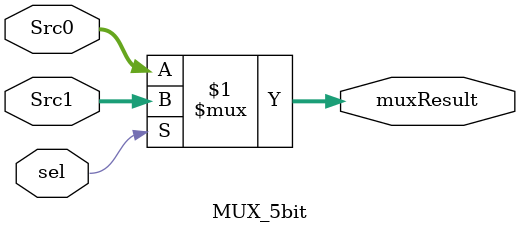
<source format=v>
module MUX_5bit (
    input [4:0] Src0,Src1,
    input sel,
    output [4:0] muxResult
);
    assign muxResult = sel?Src1:Src0;
endmodule


</source>
